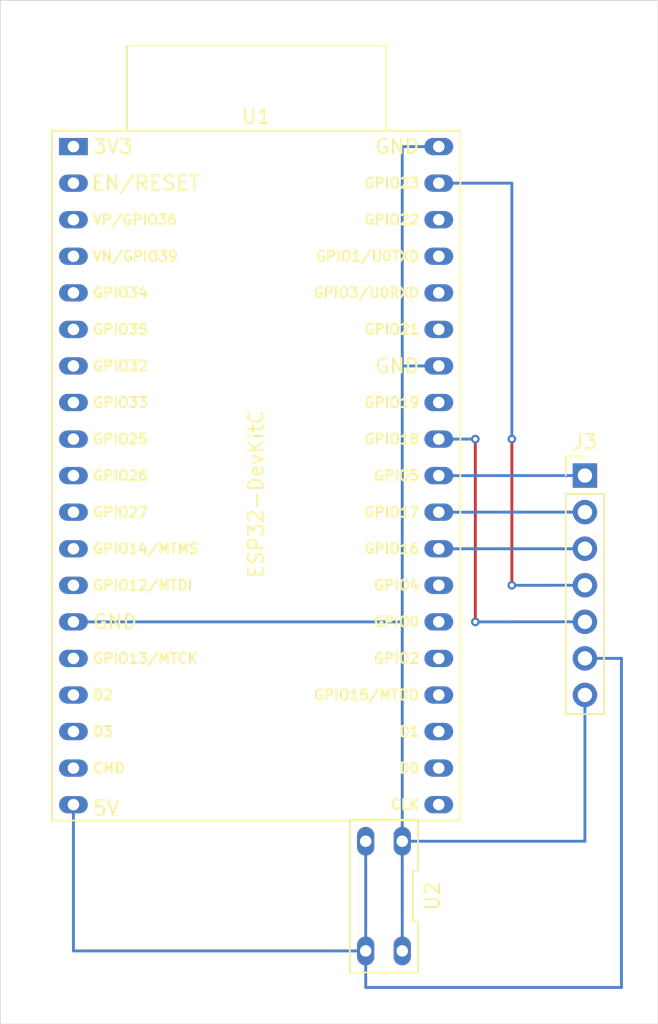
<source format=kicad_pcb>
(kicad_pcb (version 20240108) (generator "pcbnew") (generator_version "8.0")
  (layers (0 "F.Cu" signal) (31 "B.Cu" signal) (34 "B.Paste" user) (35 "F.Paste" user) (36 "B.SilkS" user "B.Silkscreen") (37 "F.SilkS" user "F.Silkscreen") (38 "B.Mask" user) (39 "F.Mask" user) (44 "Edge.Cuts" user))
  (net 0 "")
  (net 1 "VCC")
  (net 2 "CS")
  (net 3 "DC")
  (net 4 "SDA")
  (net 5 "RES")
  (net 6 "SCL")
  (net 7 "GND")
  (footprint "in-room-display:DIP-4_300_ELL" (layer "F.Cu") (at 148.59 133.35 180)
    (property "Reference" "U2" (at -3.37 0 90) (layer "F.SilkS"))
    (property "Value" "~")
    (fp_line (start 2.37 -5.31) (end -2.369999 -5.31) (stroke (width 0.12)) (layer "F.SilkS"))
    (fp_line (start 2.369999 5.31) (end 2.37 -5.31) (stroke (width 0.12)) (layer "F.SilkS"))
    (fp_line (start -2.01 1.769999) (end -2.37 1.769999) (stroke (width 0.12)) (layer "F.SilkS"))
    (fp_line (start -2.01 -1.77) (end -2.01 1.769999) (stroke (width 0.12)) (layer "F.SilkS"))
    (fp_line (start -2.369999 -5.31) (end -2.37 -1.77) (stroke (width 0.12)) (layer "F.SilkS"))
    (fp_line (start -2.37 5.31) (end 2.369999 5.31) (stroke (width 0.12)) (layer "F.SilkS"))
    (fp_line (start -2.37 1.769999) (end -2.37 5.31) (stroke (width 0.12)) (layer "F.SilkS"))
    (fp_line (start -2.37 -1.77) (end -2.01 -1.77) (stroke (width 0.12)) (layer "F.SilkS"))
    (pad "1" thru_hole oval (at -1.27 3.81 180) (size 1.2 2) (drill 0.8) (layers "*.Cu" "*.Mask") (net 7 "GND"))
    (pad "2" thru_hole oval (at 1.27 3.81 180) (size 1.2 2) (drill 0.8) (layers "*.Cu" "*.Mask") (net 1 "VCC"))
    (pad "3" thru_hole oval (at 1.27 -3.81 180) (size 1.2 2) (drill 0.8) (layers "*.Cu" "*.Mask") (net 1 "VCC"))
    (pad "4" thru_hole oval (at -1.27 -3.81 180) (size 1.2 2) (drill 0.8) (layers "*.Cu" "*.Mask") (net 7 "GND"))
  )
  (footprint "Connector_PinHeader_2.54mm:PinHeader_1x07_P2.54mm_Vertical" (layer "F.Cu") (at 162.56 104.135)
    (property "Reference" "J3" (at 0 -2.33 0) (layer "F.SilkS"))
    (property "Value" "OLED_Display")
    (fp_line (start -1.33 -1.33) (end 0 -1.33) (stroke (width 0.12)) (layer "F.SilkS"))
    (fp_line (start -1.33 0) (end -1.33 -1.33) (stroke (width 0.12)) (layer "F.SilkS"))
    (fp_line (start -1.33 1.27) (end -1.33 16.57) (stroke (width 0.12)) (layer "F.SilkS"))
    (fp_line (start -1.33 1.27) (end 1.33 1.27) (stroke (width 0.12)) (layer "F.SilkS"))
    (fp_line (start -1.33 16.57) (end 1.33 16.57) (stroke (width 0.12)) (layer "F.SilkS"))
    (fp_line (start 1.33 1.27) (end 1.33 16.57) (stroke (width 0.12)) (layer "F.SilkS"))
    (pad "1" thru_hole rect (at 0 0) (size 1.7 1.7) (drill 1) (layers "*.Cu" "*.Mask") (net 2 "CS"))
    (pad "2" thru_hole oval (at 0 2.54) (size 1.7 1.7) (drill 1) (layers "*.Cu" "*.Mask") (net 3 "DC"))
    (pad "3" thru_hole oval (at 0 5.08) (size 1.7 1.7) (drill 1) (layers "*.Cu" "*.Mask") (net 5 "RES"))
    (pad "4" thru_hole oval (at 0 7.62) (size 1.7 1.7) (drill 1) (layers "*.Cu" "*.Mask") (net 4 "SDA"))
    (pad "5" thru_hole oval (at 0 10.16) (size 1.7 1.7) (drill 1) (layers "*.Cu" "*.Mask") (net 6 "SCL"))
    (pad "6" thru_hole oval (at 0 12.7) (size 1.7 1.7) (drill 1) (layers "*.Cu" "*.Mask") (net 1 "VCC"))
    (pad "7" thru_hole oval (at 0 15.24) (size 1.7 1.7) (drill 1) (layers "*.Cu" "*.Mask") (net 7 "GND"))
  )
  (footprint "PCM_Espressif:ESP32-DevKitC" (layer "F.Cu") (at 127 81.28)
    (property "Reference" "U1" (at 12.7 -2.1 0) (layer "F.SilkS"))
    (property "Value" "ESP32-DevKitC" (at 12.7 24.13 90) (layer "F.SilkS"))
    (fp_line (start -1.5 46.82) (end 26.899999 46.82) (stroke (width 0.12)) (layer "F.SilkS"))
    (fp_line (start -1.499999 -1.1) (end -1.5 46.82) (stroke (width 0.12)) (layer "F.SilkS"))
    (fp_line (start 3.73012 -7.01312) (end 21.71332 -7.01312) (stroke (width 0.12)) (layer "F.SilkS"))
    (fp_line (start 3.73012 -1.12032) (end 3.73012 -7.01312) (stroke (width 0.12)) (layer "F.SilkS"))
    (fp_line (start 21.71332 -7.01312) (end 21.71332 -1.12032) (stroke (width 0.12)) (layer "F.SilkS"))
    (fp_line (start 26.899999 46.82) (end 26.9 -1.1) (stroke (width 0.12)) (layer "F.SilkS"))
    (fp_line (start 26.9 -1.1) (end -1.499999 -1.1) (stroke (width 0.12)) (layer "F.SilkS"))
    (fp_text user "GPIO3/U0RXD" (at 24.13 10.16 0) (layer "F.SilkS") (effects (font (size 0.7 0.7)) (justify right)))
    (fp_text user "3V3" (at 1.27 0 0) (layer "F.SilkS") (effects (justify left)))
    (fp_text user "GPIO26" (at 1.27 22.86 0) (layer "F.SilkS") (effects (font (size 0.7 0.7)) (justify left)))
    (fp_text user "GPIO34" (at 1.27 10.16 0) (layer "F.SilkS") (effects (font (size 0.7 0.7)) (justify left)))
    (fp_text user "GPIO23" (at 24.13 2.54 0) (layer "F.SilkS") (effects (font (size 0.7 0.7)) (justify right)))
    (fp_text user "GPIO32" (at 1.27 15.24 0) (layer "F.SilkS") (effects (font (size 0.7 0.7)) (justify left)))
    (fp_text user "GPIO25" (at 1.27 20.32 0) (layer "F.SilkS") (effects (font (size 0.7 0.7)) (justify left)))
    (fp_text user "GND" (at 24.13 15.24 0) (layer "F.SilkS") (effects (justify right)))
    (fp_text user "CMD" (at 1.27 43.18 0) (layer "F.SilkS") (effects (font (size 0.7 0.7)) (justify left)))
    (fp_text user "CLK" (at 24.13 45.72 0) (layer "F.SilkS") (effects (font (size 0.7 0.7)) (justify right)))
    (fp_text user "GPIO18" (at 24.13 20.32 0) (layer "F.SilkS") (effects (font (size 0.7 0.7)) (justify right)))
    (fp_text user "VP/GPIO36" (at 1.27 5.08 0) (layer "F.SilkS") (effects (font (size 0.7 0.7)) (justify left)))
    (fp_text user "GPIO27" (at 1.27 25.4 0) (layer "F.SilkS") (effects (font (size 0.7 0.7)) (justify left)))
    (fp_text user "GPIO33" (at 1.27 17.78 0) (layer "F.SilkS") (effects (font (size 0.7 0.7)) (justify left)))
    (fp_text user "GPIO19" (at 24.13 17.78 0) (layer "F.SilkS") (effects (font (size 0.7 0.7)) (justify right)))
    (fp_text user "GPIO2" (at 24.13 35.56 0) (layer "F.SilkS") (effects (font (size 0.7 0.7)) (justify right)))
    (fp_text user "GPIO14/MTMS" (at 1.27 27.94 0) (layer "F.SilkS") (effects (font (size 0.7 0.7)) (justify left)))
    (fp_text user "GPIO16" (at 24.13 27.94 0) (layer "F.SilkS") (effects (font (size 0.7 0.7)) (justify right)))
    (fp_text user "GPIO21" (at 24.13 12.7 0) (layer "F.SilkS") (effects (font (size 0.7 0.7)) (justify right)))
    (fp_text user "GPIO12/MTDI" (at 1.27 30.48 0) (layer "F.SilkS") (effects (font (size 0.7 0.7)) (justify left)))
    (fp_text user "GND" (at 1.27 33.02 0) (layer "F.SilkS") (effects (justify left)))
    (fp_text user "GPIO13/MTCK" (at 1.27 35.56 0) (layer "F.SilkS") (effects (font (size 0.7 0.7)) (justify left)))
    (fp_text user "D3" (at 1.27 40.64 0) (layer "F.SilkS") (effects (font (size 0.7 0.7)) (justify left)))
    (fp_text user "GPIO1/U0TXD" (at 24.13 7.62 0) (layer "F.SilkS") (effects (font (size 0.7 0.7)) (justify right)))
    (fp_text user "GPIO0" (at 24.13 33.02 0) (layer "F.SilkS") (effects (font (size 0.7 0.7)) (justify right)))
    (fp_text user "GPIO22" (at 24.13 5.08 0) (layer "F.SilkS") (effects (font (size 0.7 0.7)) (justify right)))
    (fp_text user "GPIO5" (at 24.13 22.86 0) (layer "F.SilkS") (effects (font (size 0.7 0.7)) (justify right)))
    (fp_text user "GND" (at 24.13 0 0) (layer "F.SilkS") (effects (justify right)))
    (fp_text user "5V" (at 1.26632 45.97128 0) (layer "F.SilkS") (effects (justify left)))
    (fp_text user "GPIO4" (at 24.13 30.48 0) (layer "F.SilkS") (effects (font (size 0.7 0.7)) (justify right)))
    (fp_text user "GPIO15/MTDO" (at 24.13 38.1 0) (layer "F.SilkS") (effects (font (size 0.7 0.7)) (justify right)))
    (fp_text user "D2" (at 1.27 38.1 0) (layer "F.SilkS") (effects (font (size 0.7 0.7)) (justify left)))
    (fp_text user "D0" (at 24.13 43.18 0) (layer "F.SilkS") (effects (font (size 0.7 0.7)) (justify right)))
    (fp_text user "EN/RESET" (at 8.88632 2.53728 0) (layer "F.SilkS") (effects (justify right)))
    (fp_text user "GPIO17" (at 24.13 25.4 0) (layer "F.SilkS") (effects (font (size 0.7 0.7)) (justify right)))
    (fp_text user "VN/GPIO39" (at 1.27 7.62 0) (layer "F.SilkS") (effects (font (size 0.7 0.7)) (justify left)))
    (fp_text user "D1" (at 24.13 40.64 0) (layer "F.SilkS") (effects (font (size 0.7 0.7)) (justify right)))
    (fp_text user "GPIO35" (at 1.27 12.7 0) (layer "F.SilkS") (effects (font (size 0.7 0.7)) (justify left)))
    (pad "1" thru_hole rect (at 0 0 270) (size 1.2 2) (drill 0.8) (layers "*.Cu" "*.Mask"))
    (pad "2" thru_hole oval (at 0 2.54 270) (size 1.2 2) (drill 0.8) (layers "*.Cu" "*.Mask"))
    (pad "3" thru_hole oval (at 0 5.08 270) (size 1.2 2) (drill 0.8) (layers "*.Cu" "*.Mask"))
    (pad "4" thru_hole oval (at 0 7.62 270) (size 1.2 2) (drill 0.8) (layers "*.Cu" "*.Mask"))
    (pad "5" thru_hole oval (at 0 10.16 270) (size 1.2 2) (drill 0.8) (layers "*.Cu" "*.Mask"))
    (pad "6" thru_hole oval (at 0 12.7 270) (size 1.2 2) (drill 0.8) (layers "*.Cu" "*.Mask"))
    (pad "7" thru_hole oval (at 0 15.24 270) (size 1.2 2) (drill 0.8) (layers "*.Cu" "*.Mask"))
    (pad "8" thru_hole oval (at 0 17.78 270) (size 1.2 2) (drill 0.8) (layers "*.Cu" "*.Mask"))
    (pad "9" thru_hole oval (at 0 20.32 270) (size 1.2 2) (drill 0.8) (layers "*.Cu" "*.Mask"))
    (pad "10" thru_hole oval (at 0 22.86 270) (size 1.2 2) (drill 0.8) (layers "*.Cu" "*.Mask"))
    (pad "11" thru_hole oval (at 0 25.4 270) (size 1.2 2) (drill 0.8) (layers "*.Cu" "*.Mask"))
    (pad "12" thru_hole oval (at 0 27.94 270) (size 1.2 2) (drill 0.8) (layers "*.Cu" "*.Mask"))
    (pad "13" thru_hole oval (at 0 30.48 270) (size 1.2 2) (drill 0.8) (layers "*.Cu" "*.Mask"))
    (pad "14" thru_hole oval (at 0 33.02 270) (size 1.2 2) (drill 0.8) (layers "*.Cu" "*.Mask") (net 7 "GND"))
    (pad "15" thru_hole oval (at 0 35.56 270) (size 1.2 2) (drill 0.8) (layers "*.Cu" "*.Mask"))
    (pad "16" thru_hole oval (at 0 38.1 270) (size 1.2 2) (drill 0.8) (layers "*.Cu" "*.Mask"))
    (pad "17" thru_hole oval (at 0 40.64 270) (size 1.2 2) (drill 0.8) (layers "*.Cu" "*.Mask"))
    (pad "18" thru_hole oval (at 0 43.18 270) (size 1.2 2) (drill 0.8) (layers "*.Cu" "*.Mask"))
    (pad "19" thru_hole oval (at 0 45.72 270) (size 1.2 2) (drill 0.8) (layers "*.Cu" "*.Mask") (net 1 "VCC"))
    (pad "20" thru_hole oval (at 25.39632 45.71728 270) (size 1.2 2) (drill 0.8) (layers "*.Cu" "*.Mask"))
    (pad "21" thru_hole oval (at 25.39632 43.17728 270) (size 1.2 2) (drill 0.8) (layers "*.Cu" "*.Mask"))
    (pad "22" thru_hole oval (at 25.4 40.64 270) (size 1.2 2) (drill 0.8) (layers "*.Cu" "*.Mask"))
    (pad "23" thru_hole oval (at 25.4 38.1 270) (size 1.2 2) (drill 0.8) (layers "*.Cu" "*.Mask"))
    (pad "24" thru_hole oval (at 25.4 35.56 270) (size 1.2 2) (drill 0.8) (layers "*.Cu" "*.Mask"))
    (pad "25" thru_hole oval (at 25.4 33.02 270) (size 1.2 2) (drill 0.8) (layers "*.Cu" "*.Mask"))
    (pad "26" thru_hole oval (at 25.4 30.48 270) (size 1.2 2) (drill 0.8) (layers "*.Cu" "*.Mask"))
    (pad "27" thru_hole oval (at 25.4 27.94 270) (size 1.2 2) (drill 0.8) (layers "*.Cu" "*.Mask") (net 5 "RES"))
    (pad "28" thru_hole oval (at 25.4 25.4 270) (size 1.2 2) (drill 0.8) (layers "*.Cu" "*.Mask") (net 3 "DC"))
    (pad "29" thru_hole oval (at 25.4 22.86 270) (size 1.2 2) (drill 0.8) (layers "*.Cu" "*.Mask") (net 2 "CS"))
    (pad "30" thru_hole oval (at 25.4 20.32 270) (size 1.2 2) (drill 0.8) (layers "*.Cu" "*.Mask") (net 6 "SCL"))
    (pad "31" thru_hole oval (at 25.4 17.78 270) (size 1.2 2) (drill 0.8) (layers "*.Cu" "*.Mask"))
    (pad "32" thru_hole oval (at 25.4 15.24 270) (size 1.2 2) (drill 0.8) (layers "*.Cu" "*.Mask") (net 7 "GND"))
    (pad "33" thru_hole oval (at 25.4 12.7 270) (size 1.2 2) (drill 0.8) (layers "*.Cu" "*.Mask"))
    (pad "34" thru_hole oval (at 25.4 10.16 270) (size 1.2 2) (drill 0.8) (layers "*.Cu" "*.Mask"))
    (pad "35" thru_hole oval (at 25.4 7.62 270) (size 1.2 2) (drill 0.8) (layers "*.Cu" "*.Mask"))
    (pad "36" thru_hole oval (at 25.4 5.08 270) (size 1.2 2) (drill 0.8) (layers "*.Cu" "*.Mask"))
    (pad "37" thru_hole oval (at 25.4 2.54 270) (size 1.2 2) (drill 0.8) (layers "*.Cu" "*.Mask") (net 4 "SDA"))
    (pad "38" thru_hole oval (at 25.4 0 270) (size 1.2 2) (drill 0.8) (layers "*.Cu" "*.Mask") (net 7 "GND"))
  )
  (gr_line (start 154.94 101.6) (end 154.94 114.3) (stroke (width 0.2)) (layer "F.Cu") (net 6))
  (gr_line (start 152.4 101.6) (end 154.94 101.6) (stroke (width 0.2)) (layer "B.Cu") (net 6))
  (gr_line (start 121.92 142.24) (end 167.64 142.24) (stroke (width 0.05)) (layer "Edge.Cuts"))
  (gr_line (start 121.92 71.12) (end 121.92 142.24) (stroke (width 0.05)) (layer "Edge.Cuts"))
  (gr_line (start 167.64 71.12) (end 121.92 71.12) (stroke (width 0.05)) (layer "Edge.Cuts"))
  (gr_line (start 167.64 142.24) (end 167.64 71.12) (stroke (width 0.05)) (layer "Edge.Cuts"))
  (segment (start 165.1 139.7) (end 165.1 116.84) (width 0.2) (layer "B.Cu") (net 1))
  (segment (start 147.32 129.54) (end 147.32 137.16) (width 0.2) (layer "B.Cu") (net 1))
  (segment (start 147.32 139.7) (end 165.1 139.7) (width 0.2) (layer "B.Cu") (net 1))
  (segment (start 147.32 137.16) (end 147.32 139.7) (width 0.2) (layer "B.Cu") (net 1))
  (segment (start 127 127) (end 127 137.16) (width 0.2) (layer "B.Cu") (net 1))
  (segment (start 165.1 116.84) (end 165.095 116.835) (width 0.2) (layer "B.Cu") (net 1))
  (segment (start 165.095 116.835) (end 162.56 116.835) (width 0.2) (layer "B.Cu") (net 1))
  (segment (start 127 137.16) (end 147.32 137.16) (width 0.2) (layer "B.Cu") (net 1))
  (segment (start 154.945 104.135) (end 162.56 104.135) (width 0.2) (layer "B.Cu") (net 2))
  (segment (start 152.4 104.14) (end 154.94 104.14) (width 0.2) (layer "B.Cu") (net 2))
  (segment (start 154.94 104.14) (end 154.945 104.135) (width 0.2) (layer "B.Cu") (net 2))
  (segment (start 154.945 106.675) (end 162.56 106.675) (width 0.2) (layer "B.Cu") (net 3))
  (segment (start 152.4 106.68) (end 154.94 106.68) (width 0.2) (layer "B.Cu") (net 3))
  (segment (start 154.94 106.68) (end 154.945 106.675) (width 0.2) (layer "B.Cu") (net 3))
  (segment (start 157.48 101.6) (end 157.48 111.76) (width 0.2) (layer "F.Cu") (net 4))
  (via (at 157.48 111.76) (size 0.6) (drill 0.3) (layers "F.Cu" "B.Cu") (net 4))
  (via (at 157.48 101.6) (size 0.6) (drill 0.3) (layers "F.Cu" "B.Cu") (net 4))
  (segment (start 160.02 111.76) (end 160.025 111.755) (width 0.2) (layer "B.Cu") (net 4))
  (segment (start 152.4 83.82) (end 157.48 83.82) (width 0.2) (layer "B.Cu") (net 4))
  (segment (start 157.48 111.76) (end 160.02 111.76) (width 0.2) (layer "B.Cu") (net 4))
  (segment (start 157.485 111.755) (end 157.48 111.76) (width 0.2) (layer "B.Cu") (net 4))
  (segment (start 157.48 83.82) (end 157.48 101.6) (width 0.2) (layer "B.Cu") (net 4))
  (segment (start 160.025 111.755) (end 162.56 111.755) (width 0.2) (layer "B.Cu") (net 4))
  (segment (start 152.4 109.22) (end 162.555 109.22) (width 0.2) (layer "B.Cu") (net 5))
  (segment (start 162.555 109.22) (end 162.56 109.215) (width 0.2) (layer "B.Cu") (net 5))
  (via (at 154.94 101.6) (size 0.6) (drill 0.3) (layers "F.Cu" "B.Cu") (net 6))
  (via (at 154.94 114.3) (size 0.6) (drill 0.3) (layers "F.Cu" "B.Cu") (net 6))
  (segment (start 157.48 114.3) (end 157.485 114.295) (width 0.2) (layer "B.Cu") (net 6))
  (segment (start 157.485 114.295) (end 162.56 114.295) (width 0.2) (layer "B.Cu") (net 6))
  (segment (start 154.94 114.3) (end 157.48 114.3) (width 0.2) (layer "B.Cu") (net 6))
  (segment (start 149.86 137.16) (end 149.86 114.3) (width 0.2) (layer "B.Cu") (net 7))
  (segment (start 162.56 129.54) (end 162.56 119.375) (width 0.2) (layer "B.Cu") (net 7))
  (segment (start 127 114.3) (end 149.86 114.3) (width 0.2) (layer "B.Cu") (net 7))
  (segment (start 149.86 129.54) (end 162.56 129.54) (width 0.2) (layer "B.Cu") (net 7))
  (segment (start 149.86 96.52) (end 152.4 96.52) (width 0.2) (layer "B.Cu") (net 7))
  (segment (start 149.86 96.52) (end 149.86 81.28) (width 0.2) (layer "B.Cu") (net 7))
  (segment (start 149.86 81.28) (end 152.4 81.28) (width 0.2) (layer "B.Cu") (net 7))
  (segment (start 149.86 114.3) (end 149.86 96.52) (width 0.2) (layer "B.Cu") (net 7))
)
</source>
